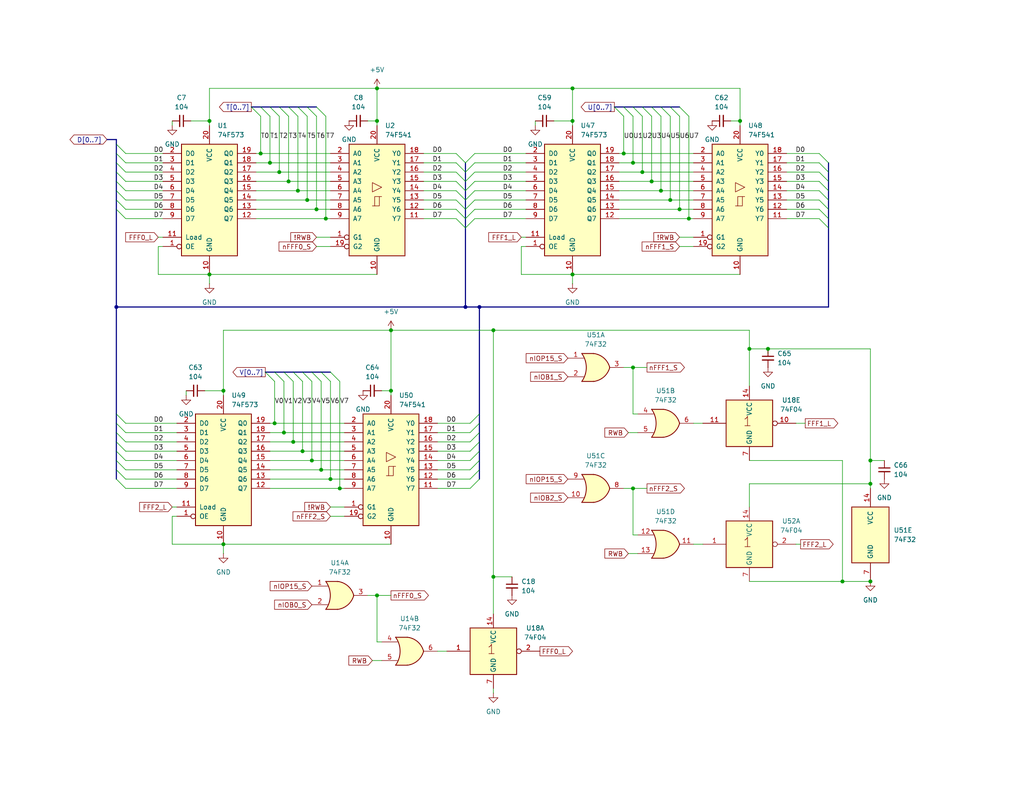
<source format=kicad_sch>
(kicad_sch (version 20231120) (generator "eeschema") (generator_version "8.0")
  (paper "USLetter")
  (title_block (title "FFFx Registers and Logic") (date "2024-10-09") (rev "0.1A") (company "Data Tuning") (comment 1 "Hydra 16"))
  (lib_symbols
    (symbol "74xx:74LS32" (pin_names (offset 1.016))
      (property "Reference" "U" (at 0 1.27 0))
      (property "Value" "74LS32" (at 0 -1.27 0))
      (symbol "74LS32_1_1"
        (arc (start -3.81 -3.81) (mid -2.589 0) (end -3.81 3.81) (stroke (width 0.254)))
        (arc (start -0.6096 -3.81) (mid 2.1842 -2.5851) (end 3.81 0) (stroke (width 0.254)) (fill (type background)))
        (polyline (pts (xy -3.81 -3.81) (xy -0.635 -3.81)) (stroke (width 0.254)) (fill (type background)))
        (polyline (pts (xy -3.81 3.81) (xy -0.635 3.81)) (stroke (width 0.254)) (fill (type background)))
        (polyline (pts (xy -0.635 3.81) (xy -3.81 3.81) (xy -3.81 3.81) (xy -3.556 3.4036) (xy -3.0226 2.2606) (xy -2.6924 1.0414) (xy -2.6162 -0.254) (xy -2.7686 -1.4986) (xy -3.175 -2.7178) (xy -3.81 -3.81) (xy -3.81 -3.81) (xy -0.635 -3.81)) (stroke (width -25.4)) (fill (type background)))
        (arc (start 3.81 0) (mid 2.1915 2.5936) (end -0.6096 3.81) (stroke (width 0.254)) (fill (type background)))
        (pin input line (at -7.62 2.54 0) (length 4.318) (name "~") (number "1"))
        (pin input line (at -7.62 -2.54 0) (length 4.318) (name "~") (number "2"))
        (pin output line (at 7.62 0 180) (length 3.81) (name "~") (number "3"))
      )
      (symbol "74LS32_1_2"
        (arc (start 0 -3.81) (mid 3.7934 0) (end 0 3.81) (stroke (width 0.254)) (fill (type background)))
        (polyline (pts (xy 0 3.81) (xy -3.81 3.81) (xy -3.81 -3.81) (xy 0 -3.81)) (stroke (width 0.254)) (fill (type background)))
        (pin input inverted (at -7.62 2.54 0) (length 3.81) (name "~") (number "1"))
        (pin input inverted (at -7.62 -2.54 0) (length 3.81) (name "~") (number "2"))
        (pin output inverted (at 7.62 0 180) (length 3.81) (name "~") (number "3"))
      )
      (symbol "74LS32_2_1"
        (arc (start -3.81 -3.81) (mid -2.589 0) (end -3.81 3.81) (stroke (width 0.254)))
        (arc (start -0.6096 -3.81) (mid 2.1842 -2.5851) (end 3.81 0) (stroke (width 0.254)) (fill (type background)))
        (polyline (pts (xy -3.81 -3.81) (xy -0.635 -3.81)) (stroke (width 0.254)) (fill (type background)))
        (polyline (pts (xy -3.81 3.81) (xy -0.635 3.81)) (stroke (width 0.254)) (fill (type background)))
        (polyline (pts (xy -0.635 3.81) (xy -3.81 3.81) (xy -3.81 3.81) (xy -3.556 3.4036) (xy -3.0226 2.2606) (xy -2.6924 1.0414) (xy -2.6162 -0.254) (xy -2.7686 -1.4986) (xy -3.175 -2.7178) (xy -3.81 -3.81) (xy -3.81 -3.81) (xy -0.635 -3.81)) (stroke (width -25.4)) (fill (type background)))
        (arc (start 3.81 0) (mid 2.1915 2.5936) (end -0.6096 3.81) (stroke (width 0.254)) (fill (type background)))
        (pin input line (at -7.62 2.54 0) (length 4.318) (name "~") (number "4"))
        (pin input line (at -7.62 -2.54 0) (length 4.318) (name "~") (number "5"))
        (pin output line (at 7.62 0 180) (length 3.81) (name "~") (number "6"))
      )
      (symbol "74LS32_2_2"
        (arc (start 0 -3.81) (mid 3.7934 0) (end 0 3.81) (stroke (width 0.254)) (fill (type background)))
        (polyline (pts (xy 0 3.81) (xy -3.81 3.81) (xy -3.81 -3.81) (xy 0 -3.81)) (stroke (width 0.254)) (fill (type background)))
        (pin input inverted (at -7.62 2.54 0) (length 3.81) (name "~") (number "4"))
        (pin input inverted (at -7.62 -2.54 0) (length 3.81) (name "~") (number "5"))
        (pin output inverted (at 7.62 0 180) (length 3.81) (name "~") (number "6"))
      )
      (symbol "74LS32_3_1"
        (arc (start -3.81 -3.81) (mid -2.589 0) (end -3.81 3.81) (stroke (width 0.254)))
        (arc (start -0.6096 -3.81) (mid 2.1842 -2.5851) (end 3.81 0) (stroke (width 0.254)) (fill (type background)))
        (polyline (pts (xy -3.81 -3.81) (xy -0.635 -3.81)) (stroke (width 0.254)) (fill (type background)))
        (polyline (pts (xy -3.81 3.81) (xy -0.635 3.81)) (stroke (width 0.254)) (fill (type background)))
        (polyline (pts (xy -0.635 3.81) (xy -3.81 3.81) (xy -3.81 3.81) (xy -3.556 3.4036) (xy -3.0226 2.2606) (xy -2.6924 1.0414) (xy -2.6162 -0.254) (xy -2.7686 -1.4986) (xy -3.175 -2.7178) (xy -3.81 -3.81) (xy -3.81 -3.81) (xy -0.635 -3.81)) (stroke (width -25.4)) (fill (type background)))
        (arc (start 3.81 0) (mid 2.1915 2.5936) (end -0.6096 3.81) (stroke (width 0.254)) (fill (type background)))
        (pin input line (at -7.62 -2.54 0) (length 4.318) (name "~") (number "10"))
        (pin output line (at 7.62 0 180) (length 3.81) (name "~") (number "8"))
        (pin input line (at -7.62 2.54 0) (length 4.318) (name "~") (number "9"))
      )
      (symbol "74LS32_3_2"
        (arc (start 0 -3.81) (mid 3.7934 0) (end 0 3.81) (stroke (width 0.254)) (fill (type background)))
        (polyline (pts (xy 0 3.81) (xy -3.81 3.81) (xy -3.81 -3.81) (xy 0 -3.81)) (stroke (width 0.254)) (fill (type background)))
        (pin input inverted (at -7.62 -2.54 0) (length 3.81) (name "~") (number "10"))
        (pin output inverted (at 7.62 0 180) (length 3.81) (name "~") (number "8"))
        (pin input inverted (at -7.62 2.54 0) (length 3.81) (name "~") (number "9"))
      )
      (symbol "74LS32_4_1"
        (arc (start -3.81 -3.81) (mid -2.589 0) (end -3.81 3.81) (stroke (width 0.254)))
        (arc (start -0.6096 -3.81) (mid 2.1842 -2.5851) (end 3.81 0) (stroke (width 0.254)) (fill (type background)))
        (polyline (pts (xy -3.81 -3.81) (xy -0.635 -3.81)) (stroke (width 0.254)) (fill (type background)))
        (polyline (pts (xy -3.81 3.81) (xy -0.635 3.81)) (stroke (width 0.254)) (fill (type background)))
        (polyline (pts (xy -0.635 3.81) (xy -3.81 3.81) (xy -3.81 3.81) (xy -3.556 3.4036) (xy -3.0226 2.2606) (xy -2.6924 1.0414) (xy -2.6162 -0.254) (xy -2.7686 -1.4986) (xy -3.175 -2.7178) (xy -3.81 -3.81) (xy -3.81 -3.81) (xy -0.635 -3.81)) (stroke (width -25.4)) (fill (type background)))
        (arc (start 3.81 0) (mid 2.1915 2.5936) (end -0.6096 3.81) (stroke (width 0.254)) (fill (type background)))
        (pin output line (at 7.62 0 180) (length 3.81) (name "~") (number "11"))
        (pin input line (at -7.62 2.54 0) (length 4.318) (name "~") (number "12"))
        (pin input line (at -7.62 -2.54 0) (length 4.318) (name "~") (number "13"))
      )
      (symbol "74LS32_4_2"
        (arc (start 0 -3.81) (mid 3.7934 0) (end 0 3.81) (stroke (width 0.254)) (fill (type background)))
        (polyline (pts (xy 0 3.81) (xy -3.81 3.81) (xy -3.81 -3.81) (xy 0 -3.81)) (stroke (width 0.254)) (fill (type background)))
        (pin output inverted (at 7.62 0 180) (length 3.81) (name "~") (number "11"))
        (pin input inverted (at -7.62 2.54 0) (length 3.81) (name "~") (number "12"))
        (pin input inverted (at -7.62 -2.54 0) (length 3.81) (name "~") (number "13"))
      )
      (symbol "74LS32_5_0"
        (pin power_in line (at 0 12.7 270) (length 5.08) (name "VCC") (number "14"))
        (pin power_in line (at 0 -12.7 90) (length 5.08) (name "GND") (number "7"))
      )
      (symbol "74LS32_5_1"
        (rectangle (start -5.08 7.62) (end 5.08 -7.62) (stroke (width 0.254)) (fill (type background)))
      )
    )
    (symbol "74xx:74LS541" (pin_names (offset 1.016))
      (property "Reference" "U" (at -7.62 16.51 0))
      (property "Value" "74LS541" (at -7.62 -16.51 0))
      (symbol "74LS541_1_0"
        (polyline (pts (xy -0.635 -1.6002) (xy -0.635 0.9398) (xy 0.635 0.9398)))
        (polyline (pts (xy -1.27 -1.6002) (xy 0.635 -1.6002) (xy 0.635 0.9398) (xy 1.27 0.9398)))
        (polyline (pts (xy 1.27 3.4798) (xy -1.27 4.7498) (xy -1.27 2.2098) (xy 1.27 3.4798)) (stroke (width 0.1524)))
        (pin input inverted (at -12.7 -10.16 0) (length 5.08) (name "G1") (number "1"))
        (pin power_in line (at 0 -20.32 90) (length 5.08) (name "GND") (number "10"))
        (pin tri_state line (at 12.7 -5.08 180) (length 5.08) (name "Y7") (number "11"))
        (pin tri_state line (at 12.7 -2.54 180) (length 5.08) (name "Y6") (number "12"))
        (pin tri_state line (at 12.7 0 180) (length 5.08) (name "Y5") (number "13"))
        (pin tri_state line (at 12.7 2.54 180) (length 5.08) (name "Y4") (number "14"))
        (pin tri_state line (at 12.7 5.08 180) (length 5.08) (name "Y3") (number "15"))
        (pin tri_state line (at 12.7 7.62 180) (length 5.08) (name "Y2") (number "16"))
        (pin tri_state line (at 12.7 10.16 180) (length 5.08) (name "Y1") (number "17"))
        (pin tri_state line (at 12.7 12.7 180) (length 5.08) (name "Y0") (number "18"))
        (pin input inverted (at -12.7 -12.7 0) (length 5.08) (name "G2") (number "19"))
        (pin input line (at -12.7 12.7 0) (length 5.08) (name "A0") (number "2"))
        (pin power_in line (at 0 20.32 270) (length 5.08) (name "VCC") (number "20"))
        (pin input line (at -12.7 10.16 0) (length 5.08) (name "A1") (number "3"))
        (pin input line (at -12.7 7.62 0) (length 5.08) (name "A2") (number "4"))
        (pin input line (at -12.7 5.08 0) (length 5.08) (name "A3") (number "5"))
        (pin input line (at -12.7 2.54 0) (length 5.08) (name "A4") (number "6"))
        (pin input line (at -12.7 0 0) (length 5.08) (name "A5") (number "7"))
        (pin input line (at -12.7 -2.54 0) (length 5.08) (name "A6") (number "8"))
        (pin input line (at -12.7 -5.08 0) (length 5.08) (name "A7") (number "9"))
      )
      (symbol "74LS541_1_1"
        (rectangle (start -7.62 15.24) (end 7.62 -15.24) (stroke (width 0.254)) (fill (type background)))
      )
    )
    (symbol "74xx:74LS573" (pin_names (offset 1.016))
      (property "Reference" "U" (at -7.62 16.51 0))
      (property "Value" "74LS573" (at -7.62 -16.51 0))
      (symbol "74LS573_1_0"
        (pin input inverted (at -12.7 -12.7 0) (length 5.08) (name "OE") (number "1"))
        (pin power_in line (at 0 -20.32 90) (length 5.08) (name "GND") (number "10"))
        (pin input line (at -12.7 -10.16 0) (length 5.08) (name "Load") (number "11"))
        (pin tri_state line (at 12.7 -5.08 180) (length 5.08) (name "Q7") (number "12"))
        (pin tri_state line (at 12.7 -2.54 180) (length 5.08) (name "Q6") (number "13"))
        (pin tri_state line (at 12.7 0 180) (length 5.08) (name "Q5") (number "14"))
        (pin tri_state line (at 12.7 2.54 180) (length 5.08) (name "Q4") (number "15"))
        (pin tri_state line (at 12.7 5.08 180) (length 5.08) (name "Q3") (number "16"))
        (pin tri_state line (at 12.7 7.62 180) (length 5.08) (name "Q2") (number "17"))
        (pin tri_state line (at 12.7 10.16 180) (length 5.08) (name "Q1") (number "18"))
        (pin tri_state line (at 12.7 12.7 180) (length 5.08) (name "Q0") (number "19"))
        (pin input line (at -12.7 12.7 0) (length 5.08) (name "D0") (number "2"))
        (pin power_in line (at 0 20.32 270) (length 5.08) (name "VCC") (number "20"))
        (pin input line (at -12.7 10.16 0) (length 5.08) (name "D1") (number "3"))
        (pin input line (at -12.7 7.62 0) (length 5.08) (name "D2") (number "4"))
        (pin input line (at -12.7 5.08 0) (length 5.08) (name "D3") (number "5"))
        (pin input line (at -12.7 2.54 0) (length 5.08) (name "D4") (number "6"))
        (pin input line (at -12.7 0 0) (length 5.08) (name "D5") (number "7"))
        (pin input line (at -12.7 -2.54 0) (length 5.08) (name "D6") (number "8"))
        (pin input line (at -12.7 -5.08 0) (length 5.08) (name "D7") (number "9"))
      )
      (symbol "74LS573_1_1"
        (rectangle (start -7.62 15.24) (end 7.62 -15.24) (stroke (width 0.254)) (fill (type background)))
      )
    )
    (symbol "74xx_IEEE:7404"
      (property "Reference" "U" (at 5.08 7.62 0))
      (property "Value" "7404" (at 3.81 -8.89 0))
      (symbol "7404_0_0"
        (text "1" (at -0.508 0.508 0) (effects (font (size 2.54 2.54))))
      )
      (symbol "7404_0_1"
        (rectangle (start -6.35 6.35) (end 6.35 -6.35) (stroke (width 0.254)) (fill (type background)))
        (pin power_in line (at 0 10.16 270) (length 3.81) (name "VCC") (number "14"))
        (pin power_in line (at 0 -10.16 90) (length 3.81) (name "GND") (number "7"))
      )
      (symbol "7404_1_1"
        (pin input line (at -12.7 0 0) (length 6.35) (name "~") (number "1"))
        (pin input inverted (at 12.7 0 180) (length 6.35) (name "~") (number "2"))
      )
      (symbol "7404_2_1"
        (pin input line (at -12.7 0 0) (length 6.35) (name "~") (number "3"))
        (pin input inverted (at 12.7 0 180) (length 6.35) (name "~") (number "4"))
      )
      (symbol "7404_3_1"
        (pin input line (at -12.7 0 0) (length 6.35) (name "~") (number "5"))
        (pin input inverted (at 12.7 0 180) (length 6.35) (name "~") (number "6"))
      )
      (symbol "7404_4_1"
        (pin input inverted (at 12.7 0 180) (length 6.35) (name "~") (number "8"))
        (pin input line (at -12.7 0 0) (length 6.35) (name "~") (number "9"))
      )
      (symbol "7404_5_1"
        (pin input inverted (at 12.7 0 180) (length 6.35) (name "~") (number "10"))
        (pin input line (at -12.7 0 0) (length 6.35) (name "~") (number "11"))
      )
      (symbol "7404_6_1"
        (pin input inverted (at 12.7 0 180) (length 6.35) (name "~") (number "12"))
        (pin input line (at -12.7 0 0) (length 6.35) (name "~") (number "13"))
      )
    )
    (symbol "Device:C_Small" (pin_numbers hide) (pin_names (offset 0.254) hide)
      (property "Reference" "C" (at 0.254 1.778 0))
      (property "Value" "C_Small" (at 0.254 -2.032 0))
      (symbol "C_Small_0_1"
        (polyline (pts (xy -1.524 -0.508) (xy 1.524 -0.508)) (stroke (width 0.3302)))
        (polyline (pts (xy -1.524 0.508) (xy 1.524 0.508)) (stroke (width 0.3048)))
      )
      (symbol "C_Small_1_1"
        (pin passive line (at 0 2.54 270) (length 2.032) (name "~") (number "1"))
        (pin passive line (at 0 -2.54 90) (length 2.032) (name "~") (number "2"))
      )
    )
    (symbol "power:+5V" (power) (pin_numbers hide) (pin_names (offset 0) hide)
      (property "Value" "+5V" (at 0 3.556 0))
      (symbol "+5V_0_1"
        (polyline (pts (xy -0.762 1.27) (xy 0 2.54)))
        (polyline (pts (xy 0 0) (xy 0 2.54)))
        (polyline (pts (xy 0 2.54) (xy 0.762 1.27)))
      )
      (symbol "+5V_1_1"
        (pin power_in line (at 0 0 90) (length 0) (name "~") (number "1"))
      )
    )
    (symbol "power:GND" (power) (pin_numbers hide) (pin_names (offset 0) hide)
      (property "Value" "GND" (at 0 -3.81 0))
      (symbol "GND_0_1"
        (polyline (pts (xy 0 0) (xy 0 -1.27) (xy 1.27 -1.27) (xy 0 -2.54) (xy -1.27 -1.27) (xy 0 -1.27)))
      )
      (symbol "GND_1_1"
        (pin power_in line (at 0 0 270) (length 0) (name "~") (number "1"))
      )
    )
  )
  (junction (at 182.88 54.61))
  (junction (at 106.68 106.68))
  (junction (at 156.21 74.93))
  (junction (at 172.72 133.35))
  (junction (at 172.72 44.45))
  (junction (at 130.81 83.82))
  (junction (at 201.93 33.02))
  (junction (at 92.71 133.35))
  (junction (at 127 83.82))
  (junction (at 82.55 123.19))
  (junction (at 185.42 57.15))
  (junction (at 76.2 46.99))
  (junction (at 86.36 57.15))
  (junction (at 102.87 33.02))
  (junction (at 57.15 33.02))
  (junction (at 237.49 132.08))
  (junction (at 60.96 148.59))
  (junction (at 177.8 49.53))
  (junction (at 237.49 125.73))
  (junction (at 60.96 106.68))
  (junction (at 85.09 125.73))
  (junction (at 106.68 90.17))
  (junction (at 74.93 115.57))
  (junction (at 77.47 118.11))
  (junction (at 80.01 120.65))
  (junction (at 204.47 95.25))
  (junction (at 81.28 52.07))
  (junction (at 187.96 59.69))
  (junction (at 88.9 59.69))
  (junction (at 87.63 128.27))
  (junction (at 180.34 52.07))
  (junction (at 90.17 130.81))
  (junction (at 83.82 54.61))
  (junction (at 71.12 41.91))
  (junction (at 78.74 49.53))
  (junction (at 237.49 158.75))
  (junction (at 134.62 157.48))
  (junction (at 156.21 24.13))
  (junction (at 134.62 90.17))
  (junction (at 102.87 24.13))
  (junction (at 229.87 158.75))
  (junction (at 172.72 100.33))
  (junction (at 31.75 83.82))
  (junction (at 73.66 44.45))
  (junction (at 57.15 74.93))
  (junction (at 156.21 33.02))
  (junction (at 209.55 95.25))
  (junction (at 170.18 41.91))
  (junction (at 102.87 162.56))
  (junction (at 175.26 46.99))
  (bus_entry (at 223.52 46.99) (size 2.54 2.54))
  (bus_entry (at 124.46 46.99) (size 2.54 2.54))
  (bus_entry (at 31.75 115.57) (size 2.54 2.54))
  (bus_entry (at 129.54 41.91) (size -2.54 2.54))
  (bus_entry (at 129.54 52.07) (size -2.54 2.54))
  (bus_entry (at 172.72 29.21) (size 2.54 2.54))
  (bus_entry (at 31.75 49.53) (size 2.54 2.54))
  (bus_entry (at 129.54 59.69) (size -2.54 2.54))
  (bus_entry (at 124.46 52.07) (size 2.54 2.54))
  (bus_entry (at 124.46 57.15) (size 2.54 2.54))
  (bus_entry (at 80.01 101.6) (size 2.54 2.54))
  (bus_entry (at 31.75 125.73) (size 2.54 2.54))
  (bus_entry (at 130.81 125.73) (size -2.54 2.54))
  (bus_entry (at 130.81 115.57) (size -2.54 2.54))
  (bus_entry (at 130.81 113.03) (size -2.54 2.54))
  (bus_entry (at 31.75 123.19) (size 2.54 2.54))
  (bus_entry (at 31.75 46.99) (size 2.54 2.54))
  (bus_entry (at 87.63 101.6) (size 2.54 2.54))
  (bus_entry (at 76.2 29.21) (size 2.54 2.54))
  (bus_entry (at 129.54 49.53) (size -2.54 2.54))
  (bus_entry (at 31.75 130.81) (size 2.54 2.54))
  (bus_entry (at 129.54 44.45) (size -2.54 2.54))
  (bus_entry (at 130.81 128.27) (size -2.54 2.54))
  (bus_entry (at 85.09 101.6) (size 2.54 2.54))
  (bus_entry (at 129.54 46.99) (size -2.54 2.54))
  (bus_entry (at 31.75 57.15) (size 2.54 2.54))
  (bus_entry (at 31.75 113.03) (size 2.54 2.54))
  (bus_entry (at 223.52 54.61) (size 2.54 2.54))
  (bus_entry (at 130.81 118.11) (size -2.54 2.54))
  (bus_entry (at 124.46 59.69) (size 2.54 2.54))
  (bus_entry (at 223.52 41.91) (size 2.54 2.54))
  (bus_entry (at 31.75 41.91) (size 2.54 2.54))
  (bus_entry (at 31.75 44.45) (size 2.54 2.54))
  (bus_entry (at 81.28 29.21) (size 2.54 2.54))
  (bus_entry (at 223.52 49.53) (size 2.54 2.54))
  (bus_entry (at 185.42 29.21) (size 2.54 2.54))
  (bus_entry (at 129.54 54.61) (size -2.54 2.54))
  (bus_entry (at 223.52 52.07) (size 2.54 2.54))
  (bus_entry (at 124.46 49.53) (size 2.54 2.54))
  (bus_entry (at 177.8 29.21) (size 2.54 2.54))
  (bus_entry (at 31.75 52.07) (size 2.54 2.54))
  (bus_entry (at 73.66 29.21) (size 2.54 2.54))
  (bus_entry (at 31.75 128.27) (size 2.54 2.54))
  (bus_entry (at 71.12 29.21) (size 2.54 2.54))
  (bus_entry (at 82.55 101.6) (size 2.54 2.54))
  (bus_entry (at 223.52 59.69) (size 2.54 2.54))
  (bus_entry (at 31.75 54.61) (size 2.54 2.54))
  (bus_entry (at 124.46 44.45) (size 2.54 2.54))
  (bus_entry (at 86.36 29.21) (size 2.54 2.54))
  (bus_entry (at 83.82 29.21) (size 2.54 2.54))
  (bus_entry (at 124.46 54.61) (size 2.54 2.54))
  (bus_entry (at 31.75 39.37) (size 2.54 2.54))
  (bus_entry (at 167.64 29.21) (size 2.54 2.54))
  (bus_entry (at 31.75 120.65) (size 2.54 2.54))
  (bus_entry (at 180.34 29.21) (size 2.54 2.54))
  (bus_entry (at 78.74 29.21) (size 2.54 2.54))
  (bus_entry (at 72.39 101.6) (size 2.54 2.54))
  (bus_entry (at 130.81 123.19) (size -2.54 2.54))
  (bus_entry (at 223.52 57.15) (size 2.54 2.54))
  (bus_entry (at 175.26 29.21) (size 2.54 2.54))
  (bus_entry (at 31.75 118.11) (size 2.54 2.54))
  (bus_entry (at 182.88 29.21) (size 2.54 2.54))
  (bus_entry (at 124.46 41.91) (size 2.54 2.54))
  (bus_entry (at 170.18 29.21) (size 2.54 2.54))
  (bus_entry (at 129.54 57.15) (size -2.54 2.54))
  (bus_entry (at 223.52 44.45) (size 2.54 2.54))
  (bus_entry (at 68.58 29.21) (size 2.54 2.54))
  (bus_entry (at 130.81 130.81) (size -2.54 2.54))
  (bus_entry (at 77.47 101.6) (size 2.54 2.54))
  (bus_entry (at 90.17 101.6) (size 2.54 2.54))
  (bus_entry (at 130.81 120.65) (size -2.54 2.54))
  (bus_entry (at 74.93 101.6) (size 2.54 2.54))
  (wire (pts (xy 172.72 44.45) (xy 189.23 44.45)))
  (wire (pts (xy 69.85 46.99) (xy 76.2 46.99)))
  (wire (pts (xy 129.54 46.99) (xy 143.51 46.99)))
  (wire (pts (xy 115.57 52.07) (xy 124.46 52.07)))
  (wire (pts (xy 168.91 57.15) (xy 185.42 57.15)))
  (wire (pts (xy 34.29 123.19) (xy 48.26 123.19)))
  (wire (pts (xy 176.53 100.33) (xy 172.72 100.33)))
  (wire (pts (xy 201.93 24.13) (xy 201.93 33.02)))
  (wire (pts (xy 86.36 64.77) (xy 90.17 64.77)))
  (wire (pts (xy 69.85 59.69) (xy 88.9 59.69)))
  (wire (pts (xy 204.47 138.43) (xy 204.47 132.08)))
  (bus (pts (xy 31.75 125.73) (xy 31.75 128.27)))
  (wire (pts (xy 48.26 140.97) (xy 46.99 140.97)))
  (wire (pts (xy 73.66 125.73) (xy 85.09 125.73)))
  (wire (pts (xy 34.29 57.15) (xy 44.45 57.15)))
  (wire (pts (xy 86.36 31.75) (xy 86.36 57.15)))
  (wire (pts (xy 172.72 113.03) (xy 173.99 113.03)))
  (wire (pts (xy 168.91 49.53) (xy 177.8 49.53)))
  (wire (pts (xy 102.87 33.02) (xy 102.87 34.29)))
  (wire (pts (xy 76.2 46.99) (xy 90.17 46.99)))
  (wire (pts (xy 60.96 151.13) (xy 60.96 148.59)))
  (wire (pts (xy 101.6 180.34) (xy 104.14 180.34)))
  (wire (pts (xy 119.38 125.73) (xy 128.27 125.73)))
  (wire (pts (xy 73.66 133.35) (xy 92.71 133.35)))
  (bus (pts (xy 130.81 123.19) (xy 130.81 125.73)))
  (wire (pts (xy 214.63 57.15) (xy 223.52 57.15)))
  (wire (pts (xy 77.47 104.14) (xy 77.47 118.11)))
  (wire (pts (xy 83.82 31.75) (xy 83.82 54.61)))
  (wire (pts (xy 170.18 41.91) (xy 189.23 41.91)))
  (wire (pts (xy 171.45 118.11) (xy 173.99 118.11)))
  (wire (pts (xy 217.17 148.59) (xy 218.44 148.59)))
  (wire (pts (xy 214.63 46.99) (xy 223.52 46.99)))
  (wire (pts (xy 168.91 59.69) (xy 187.96 59.69)))
  (bus (pts (xy 127 59.69) (xy 127 62.23)))
  (bus (pts (xy 31.75 41.91) (xy 31.75 44.45)))
  (bus (pts (xy 180.34 29.21) (xy 182.88 29.21)))
  (bus (pts (xy 127 44.45) (xy 127 46.99)))
  (bus (pts (xy 31.75 118.11) (xy 31.75 120.65)))
  (bus (pts (xy 85.09 101.6) (xy 87.63 101.6)))
  (bus (pts (xy 80.01 101.6) (xy 82.55 101.6)))
  (wire (pts (xy 204.47 90.17) (xy 204.47 95.25)))
  (wire (pts (xy 199.39 33.02) (xy 201.93 33.02)))
  (wire (pts (xy 88.9 31.75) (xy 88.9 59.69)))
  (bus (pts (xy 68.58 29.21) (xy 71.12 29.21)))
  (wire (pts (xy 106.68 106.68) (xy 106.68 107.95)))
  (bus (pts (xy 31.75 128.27) (xy 31.75 130.81)))
  (bus (pts (xy 127 57.15) (xy 127 59.69)))
  (bus (pts (xy 72.39 101.6) (xy 74.93 101.6)))
  (bus (pts (xy 31.75 54.61) (xy 31.75 57.15)))
  (wire (pts (xy 73.66 31.75) (xy 73.66 44.45)))
  (wire (pts (xy 115.57 59.69) (xy 124.46 59.69)))
  (wire (pts (xy 175.26 46.99) (xy 189.23 46.99)))
  (bus (pts (xy 127 83.82) (xy 31.75 83.82)))
  (wire (pts (xy 34.29 133.35) (xy 48.26 133.35)))
  (wire (pts (xy 34.29 128.27) (xy 48.26 128.27)))
  (bus (pts (xy 31.75 120.65) (xy 31.75 123.19)))
  (wire (pts (xy 44.45 67.31) (xy 43.18 67.31)))
  (bus (pts (xy 76.2 29.21) (xy 78.74 29.21)))
  (wire (pts (xy 93.98 140.97) (xy 90.17 140.97)))
  (wire (pts (xy 180.34 52.07) (xy 189.23 52.07)))
  (wire (pts (xy 119.38 120.65) (xy 128.27 120.65)))
  (bus (pts (xy 226.06 44.45) (xy 226.06 46.99)))
  (wire (pts (xy 119.38 130.81) (xy 128.27 130.81)))
  (wire (pts (xy 175.26 31.75) (xy 175.26 46.99)))
  (wire (pts (xy 55.88 106.68) (xy 60.96 106.68)))
  (wire (pts (xy 189.23 67.31) (xy 185.42 67.31)))
  (wire (pts (xy 34.29 52.07) (xy 44.45 52.07)))
  (wire (pts (xy 71.12 41.91) (xy 90.17 41.91)))
  (wire (pts (xy 156.21 74.93) (xy 201.93 74.93)))
  (wire (pts (xy 81.28 31.75) (xy 81.28 52.07)))
  (wire (pts (xy 156.21 77.47) (xy 156.21 74.93)))
  (wire (pts (xy 129.54 52.07) (xy 143.51 52.07)))
  (wire (pts (xy 69.85 54.61) (xy 83.82 54.61)))
  (bus (pts (xy 130.81 115.57) (xy 130.81 118.11)))
  (wire (pts (xy 237.49 125.73) (xy 241.3 125.73)))
  (wire (pts (xy 214.63 49.53) (xy 223.52 49.53)))
  (bus (pts (xy 226.06 62.23) (xy 226.06 83.82)))
  (wire (pts (xy 78.74 31.75) (xy 78.74 49.53)))
  (bus (pts (xy 226.06 59.69) (xy 226.06 62.23)))
  (wire (pts (xy 34.29 54.61) (xy 44.45 54.61)))
  (wire (pts (xy 76.2 31.75) (xy 76.2 46.99)))
  (wire (pts (xy 204.47 158.75) (xy 229.87 158.75)))
  (wire (pts (xy 185.42 57.15) (xy 189.23 57.15)))
  (wire (pts (xy 151.13 33.02) (xy 156.21 33.02)))
  (wire (pts (xy 73.66 130.81) (xy 90.17 130.81)))
  (bus (pts (xy 170.18 29.21) (xy 172.72 29.21)))
  (wire (pts (xy 34.29 41.91) (xy 44.45 41.91)))
  (wire (pts (xy 73.66 44.45) (xy 90.17 44.45)))
  (wire (pts (xy 177.8 31.75) (xy 177.8 49.53)))
  (wire (pts (xy 90.17 104.14) (xy 90.17 130.81)))
  (bus (pts (xy 77.47 101.6) (xy 80.01 101.6)))
  (wire (pts (xy 142.24 67.31) (xy 142.24 74.93)))
  (wire (pts (xy 168.91 54.61) (xy 182.88 54.61)))
  (wire (pts (xy 172.72 146.05) (xy 173.99 146.05)))
  (wire (pts (xy 85.09 125.73) (xy 93.98 125.73)))
  (wire (pts (xy 60.96 106.68) (xy 60.96 107.95)))
  (wire (pts (xy 156.21 24.13) (xy 156.21 33.02)))
  (wire (pts (xy 34.29 125.73) (xy 48.26 125.73)))
  (wire (pts (xy 119.38 118.11) (xy 128.27 118.11)))
  (wire (pts (xy 73.66 123.19) (xy 82.55 123.19)))
  (wire (pts (xy 69.85 57.15) (xy 86.36 57.15)))
  (wire (pts (xy 57.15 33.02) (xy 57.15 34.29)))
  (wire (pts (xy 119.38 128.27) (xy 128.27 128.27)))
  (bus (pts (xy 226.06 57.15) (xy 226.06 59.69)))
  (bus (pts (xy 130.81 118.11) (xy 130.81 120.65)))
  (bus (pts (xy 226.06 49.53) (xy 226.06 52.07)))
  (wire (pts (xy 129.54 49.53) (xy 143.51 49.53)))
  (bus (pts (xy 172.72 29.21) (xy 175.26 29.21)))
  (wire (pts (xy 172.72 31.75) (xy 172.72 44.45)))
  (wire (pts (xy 85.09 104.14) (xy 85.09 125.73)))
  (wire (pts (xy 142.24 64.77) (xy 143.51 64.77)))
  (wire (pts (xy 237.49 125.73) (xy 237.49 132.08)))
  (wire (pts (xy 119.38 123.19) (xy 128.27 123.19)))
  (wire (pts (xy 102.87 24.13) (xy 156.21 24.13)))
  (wire (pts (xy 142.24 74.93) (xy 156.21 74.93)))
  (bus (pts (xy 177.8 29.21) (xy 180.34 29.21)))
  (wire (pts (xy 46.99 33.02) (xy 46.99 34.29)))
  (wire (pts (xy 71.12 31.75) (xy 71.12 41.91)))
  (wire (pts (xy 229.87 125.73) (xy 229.87 158.75)))
  (wire (pts (xy 129.54 41.91) (xy 143.51 41.91)))
  (bus (pts (xy 74.93 101.6) (xy 77.47 101.6)))
  (wire (pts (xy 57.15 24.13) (xy 102.87 24.13)))
  (wire (pts (xy 204.47 95.25) (xy 209.55 95.25)))
  (bus (pts (xy 130.81 83.82) (xy 226.06 83.82)))
  (wire (pts (xy 170.18 31.75) (xy 170.18 41.91)))
  (wire (pts (xy 34.29 118.11) (xy 48.26 118.11)))
  (wire (pts (xy 214.63 41.91) (xy 223.52 41.91)))
  (bus (pts (xy 29.21 38.1) (xy 31.75 38.1)))
  (wire (pts (xy 34.29 49.53) (xy 44.45 49.53)))
  (wire (pts (xy 46.99 140.97) (xy 46.99 148.59)))
  (wire (pts (xy 171.45 151.13) (xy 173.99 151.13)))
  (wire (pts (xy 182.88 54.61) (xy 189.23 54.61)))
  (wire (pts (xy 50.8 106.68) (xy 50.8 107.95)))
  (wire (pts (xy 115.57 57.15) (xy 124.46 57.15)))
  (wire (pts (xy 106.68 90.17) (xy 60.96 90.17)))
  (bus (pts (xy 127 62.23) (xy 127 83.82)))
  (bus (pts (xy 127 46.99) (xy 127 49.53)))
  (bus (pts (xy 175.26 29.21) (xy 177.8 29.21)))
  (wire (pts (xy 134.62 189.23) (xy 134.62 187.96)))
  (bus (pts (xy 31.75 83.82) (xy 31.75 113.03)))
  (wire (pts (xy 86.36 57.15) (xy 90.17 57.15)))
  (wire (pts (xy 146.05 33.02) (xy 146.05 34.29)))
  (wire (pts (xy 129.54 44.45) (xy 143.51 44.45)))
  (bus (pts (xy 127 54.61) (xy 127 57.15)))
  (bus (pts (xy 71.12 29.21) (xy 73.66 29.21)))
  (wire (pts (xy 129.54 59.69) (xy 143.51 59.69)))
  (wire (pts (xy 168.91 41.91) (xy 170.18 41.91)))
  (wire (pts (xy 106.68 162.56) (xy 102.87 162.56)))
  (wire (pts (xy 60.96 148.59) (xy 106.68 148.59)))
  (wire (pts (xy 214.63 54.61) (xy 223.52 54.61)))
  (bus (pts (xy 31.75 44.45) (xy 31.75 46.99)))
  (wire (pts (xy 46.99 148.59) (xy 60.96 148.59)))
  (bus (pts (xy 31.75 57.15) (xy 31.75 83.82)))
  (wire (pts (xy 73.66 115.57) (xy 74.93 115.57)))
  (wire (pts (xy 102.87 24.13) (xy 102.87 33.02)))
  (bus (pts (xy 130.81 125.73) (xy 130.81 128.27)))
  (wire (pts (xy 115.57 41.91) (xy 124.46 41.91)))
  (bus (pts (xy 127 83.82) (xy 130.81 83.82)))
  (wire (pts (xy 74.93 104.14) (xy 74.93 115.57)))
  (wire (pts (xy 88.9 59.69) (xy 90.17 59.69)))
  (wire (pts (xy 237.49 132.08) (xy 237.49 133.35)))
  (bus (pts (xy 130.81 113.03) (xy 130.81 115.57)))
  (wire (pts (xy 134.62 167.64) (xy 134.62 157.48)))
  (wire (pts (xy 90.17 130.81) (xy 93.98 130.81)))
  (wire (pts (xy 143.51 67.31) (xy 142.24 67.31)))
  (wire (pts (xy 57.15 24.13) (xy 57.15 33.02)))
  (bus (pts (xy 127 49.53) (xy 127 52.07)))
  (wire (pts (xy 214.63 44.45) (xy 223.52 44.45)))
  (wire (pts (xy 69.85 41.91) (xy 71.12 41.91)))
  (bus (pts (xy 167.64 29.21) (xy 170.18 29.21)))
  (wire (pts (xy 87.63 128.27) (xy 93.98 128.27)))
  (wire (pts (xy 90.17 67.31) (xy 86.36 67.31)))
  (wire (pts (xy 129.54 54.61) (xy 143.51 54.61)))
  (wire (pts (xy 87.63 104.14) (xy 87.63 128.27)))
  (bus (pts (xy 82.55 101.6) (xy 85.09 101.6)))
  (wire (pts (xy 102.87 175.26) (xy 104.14 175.26)))
  (wire (pts (xy 214.63 59.69) (xy 223.52 59.69)))
  (bus (pts (xy 81.28 29.21) (xy 83.82 29.21)))
  (wire (pts (xy 52.07 33.02) (xy 57.15 33.02)))
  (wire (pts (xy 204.47 125.73) (xy 229.87 125.73)))
  (wire (pts (xy 217.17 115.57) (xy 219.71 115.57)))
  (wire (pts (xy 172.72 100.33) (xy 172.72 113.03)))
  (wire (pts (xy 78.74 49.53) (xy 90.17 49.53)))
  (bus (pts (xy 130.81 120.65) (xy 130.81 123.19)))
  (wire (pts (xy 134.62 90.17) (xy 204.47 90.17)))
  (bus (pts (xy 31.75 38.1) (xy 31.75 39.37)))
  (wire (pts (xy 134.62 90.17) (xy 106.68 90.17)))
  (bus (pts (xy 130.81 128.27) (xy 130.81 130.81)))
  (wire (pts (xy 57.15 77.47) (xy 57.15 74.93)))
  (wire (pts (xy 134.62 90.17) (xy 134.62 157.48)))
  (wire (pts (xy 156.21 24.13) (xy 201.93 24.13)))
  (wire (pts (xy 73.66 120.65) (xy 80.01 120.65)))
  (wire (pts (xy 74.93 115.57) (xy 93.98 115.57)))
  (wire (pts (xy 172.72 100.33) (xy 170.18 100.33)))
  (wire (pts (xy 83.82 54.61) (xy 90.17 54.61)))
  (wire (pts (xy 237.49 95.25) (xy 237.49 125.73)))
  (wire (pts (xy 185.42 64.77) (xy 189.23 64.77)))
  (bus (pts (xy 226.06 54.61) (xy 226.06 57.15)))
  (bus (pts (xy 73.66 29.21) (xy 76.2 29.21)))
  (wire (pts (xy 73.66 118.11) (xy 77.47 118.11)))
  (wire (pts (xy 182.88 31.75) (xy 182.88 54.61)))
  (wire (pts (xy 156.21 33.02) (xy 156.21 34.29)))
  (wire (pts (xy 129.54 57.15) (xy 143.51 57.15)))
  (bus (pts (xy 31.75 52.07) (xy 31.75 54.61)))
  (bus (pts (xy 83.82 29.21) (xy 86.36 29.21)))
  (wire (pts (xy 34.29 115.57) (xy 48.26 115.57)))
  (wire (pts (xy 187.96 59.69) (xy 189.23 59.69)))
  (wire (pts (xy 119.38 115.57) (xy 128.27 115.57)))
  (wire (pts (xy 115.57 44.45) (xy 124.46 44.45)))
  (wire (pts (xy 189.23 115.57) (xy 191.77 115.57)))
  (wire (pts (xy 34.29 120.65) (xy 48.26 120.65)))
  (bus (pts (xy 78.74 29.21) (xy 81.28 29.21)))
  (wire (pts (xy 168.91 46.99) (xy 175.26 46.99)))
  (wire (pts (xy 115.57 54.61) (xy 124.46 54.61)))
  (bus (pts (xy 31.75 46.99) (xy 31.75 49.53)))
  (wire (pts (xy 229.87 158.75) (xy 237.49 158.75)))
  (wire (pts (xy 69.85 52.07) (xy 81.28 52.07)))
  (wire (pts (xy 209.55 95.25) (xy 237.49 95.25)))
  (wire (pts (xy 189.23 148.59) (xy 191.77 148.59)))
  (wire (pts (xy 77.47 118.11) (xy 93.98 118.11)))
  (wire (pts (xy 209.55 95.25) (xy 209.55 96.52)))
  (wire (pts (xy 106.68 90.17) (xy 106.68 106.68)))
  (wire (pts (xy 172.72 133.35) (xy 170.18 133.35)))
  (wire (pts (xy 43.18 64.77) (xy 44.45 64.77)))
  (wire (pts (xy 81.28 52.07) (xy 90.17 52.07)))
  (wire (pts (xy 102.87 162.56) (xy 100.33 162.56)))
  (wire (pts (xy 46.99 138.43) (xy 48.26 138.43)))
  (wire (pts (xy 104.14 106.68) (xy 106.68 106.68)))
  (wire (pts (xy 119.38 133.35) (xy 128.27 133.35)))
  (wire (pts (xy 176.53 133.35) (xy 172.72 133.35)))
  (wire (pts (xy 92.71 133.35) (xy 93.98 133.35)))
  (wire (pts (xy 119.38 177.8) (xy 121.92 177.8)))
  (wire (pts (xy 204.47 132.08) (xy 237.49 132.08)))
  (wire (pts (xy 43.18 74.93) (xy 57.15 74.93)))
  (wire (pts (xy 177.8 49.53) (xy 189.23 49.53)))
  (wire (pts (xy 69.85 44.45) (xy 73.66 44.45)))
  (bus (pts (xy 226.06 46.99) (xy 226.06 49.53)))
  (wire (pts (xy 43.18 67.31) (xy 43.18 74.93)))
  (wire (pts (xy 102.87 162.56) (xy 102.87 175.26)))
  (wire (pts (xy 57.15 74.93) (xy 102.87 74.93)))
  (bus (pts (xy 31.75 39.37) (xy 31.75 41.91)))
  (wire (pts (xy 168.91 44.45) (xy 172.72 44.45)))
  (bus (pts (xy 182.88 29.21) (xy 185.42 29.21)))
  (bus (pts (xy 31.75 115.57) (xy 31.75 118.11)))
  (bus (pts (xy 226.06 52.07) (xy 226.06 54.61)))
  (wire (pts (xy 100.33 33.02) (xy 102.87 33.02)))
  (wire (pts (xy 34.29 46.99) (xy 44.45 46.99)))
  (wire (pts (xy 185.42 31.75) (xy 185.42 57.15)))
  (wire (pts (xy 92.71 104.14) (xy 92.71 133.35)))
  (bus (pts (xy 31.75 49.53) (xy 31.75 52.07)))
  (bus (pts (xy 31.75 113.03) (xy 31.75 115.57)))
  (wire (pts (xy 82.55 104.14) (xy 82.55 123.19)))
  (wire (pts (xy 60.96 90.17) (xy 60.96 106.68)))
  (wire (pts (xy 214.63 52.07) (xy 223.52 52.07)))
  (wire (pts (xy 187.96 31.75) (xy 187.96 59.69)))
  (wire (pts (xy 115.57 49.53) (xy 124.46 49.53)))
  (wire (pts (xy 134.62 157.48) (xy 139.7 157.48)))
  (bus (pts (xy 127 52.07) (xy 127 54.61)))
  (wire (pts (xy 34.29 130.81) (xy 48.26 130.81)))
  (wire (pts (xy 80.01 120.65) (xy 93.98 120.65)))
  (bus (pts (xy 31.75 123.19) (xy 31.75 125.73)))
  (wire (pts (xy 115.57 46.99) (xy 124.46 46.99)))
  (wire (pts (xy 172.72 133.35) (xy 172.72 146.05)))
  (wire (pts (xy 204.47 105.41) (xy 204.47 95.25)))
  (wire (pts (xy 201.93 33.02) (xy 201.93 34.29)))
  (wire (pts (xy 82.55 123.19) (xy 93.98 123.19)))
  (bus (pts (xy 130.81 83.82) (xy 130.81 113.03)))
  (wire (pts (xy 80.01 104.14) (xy 80.01 120.65)))
  (wire (pts (xy 34.29 59.69) (xy 44.45 59.69)))
  (wire (pts (xy 90.17 138.43) (xy 93.98 138.43)))
  (wire (pts (xy 73.66 128.27) (xy 87.63 128.27)))
  (wire (pts (xy 69.85 49.53) (xy 78.74 49.53)))
  (wire (pts (xy 168.91 52.07) (xy 180.34 52.07)))
  (wire (pts (xy 180.34 31.75) (xy 180.34 52.07)))
  (bus (pts (xy 87.63 101.6) (xy 90.17 101.6)))
  (wire (pts (xy 34.29 44.45) (xy 44.45 44.45)))
  (label "T7" (at 88.9 38.1 0))
  (label "T0" (at 71.12 38.1 0))
  (label "D5" (at 120.65 54.61 180))
  (label "D0" (at 137.16 41.91 0))
  (label "D7" (at 120.65 59.69 180))
  (label "D7" (at 41.91 59.69 0))
  (label "T2" (at 76.2 38.1 0))
  (label "D1" (at 41.91 44.45 0))
  (label "U2" (at 175.26 38.1 0))
  (label "D4" (at 219.71 52.07 180))
  (label "D7" (at 124.46 133.35 180))
  (label "V4" (at 85.09 110.49 0))
  (label "D2" (at 124.46 120.65 180))
  (label "D4" (at 137.16 52.07 0))
  (label "T1" (at 73.66 38.1 0))
  (label "V0" (at 74.93 110.49 0))
  (label "U4" (at 180.34 38.1 0))
  (label "V2" (at 80.01 110.49 0))
  (label "D2" (at 41.91 46.99 0))
  (label "D4" (at 41.91 125.73 0))
  (label "D6" (at 137.16 57.15 0))
  (label "D6" (at 41.91 130.81 0))
  (label "D2" (at 137.16 46.99 0))
  (label "V1" (at 77.47 110.49 0))
  (label "U1" (at 172.72 38.1 0))
  (label "T3" (at 78.74 38.1 0))
  (label "D4" (at 41.91 52.07 0))
  (label "U7" (at 187.96 38.1 0))
  (label "D1" (at 137.16 44.45 0))
  (label "U0" (at 170.18 38.1 0))
  (label "D7" (at 41.91 133.35 0))
  (label "D1" (at 120.65 44.45 180))
  (label "D0" (at 41.91 41.91 0))
  (label "D5" (at 41.91 128.27 0))
  (label "U6" (at 185.42 38.1 0))
  (label "D0" (at 120.65 41.91 180))
  (label "D6" (at 219.71 57.15 180))
  (label "D5" (at 124.46 128.27 180))
  (label "D7" (at 137.16 59.69 0))
  (label "V3" (at 82.55 110.49 0))
  (label "D3" (at 41.91 123.19 0))
  (label "V7" (at 92.71 110.49 0))
  (label "D6" (at 124.46 130.81 180))
  (label "D3" (at 124.46 123.19 180))
  (label "D2" (at 41.91 120.65 0))
  (label "D4" (at 124.46 125.73 180))
  (label "D7" (at 219.71 59.69 180))
  (label "D0" (at 41.91 115.57 0))
  (label "D6" (at 120.65 57.15 180))
  (label "T6" (at 86.36 38.1 0))
  (label "T5" (at 83.82 38.1 0))
  (label "D2" (at 120.65 46.99 180))
  (label "D3" (at 137.16 49.53 0))
  (label "D5" (at 41.91 54.61 0))
  (label "D3" (at 219.71 49.53 180))
  (label "V5" (at 87.63 110.49 0))
  (label "D3" (at 41.91 49.53 0))
  (label "D6" (at 41.91 57.15 0))
  (label "V6" (at 90.17 110.49 0))
  (label "D2" (at 219.71 46.99 180))
  (label "D1" (at 124.46 118.11 180))
  (label "D4" (at 120.65 52.07 180))
  (label "U3" (at 177.8 38.1 0))
  (label "T4" (at 81.28 38.1 0))
  (label "D5" (at 219.71 54.61 180))
  (label "D0" (at 124.46 115.57 180))
  (label "D1" (at 219.71 44.45 180))
  (label "U5" (at 182.88 38.1 0))
  (label "D5" (at 137.16 54.61 0))
  (label "D1" (at 41.91 118.11 0))
  (label "D3" (at 120.65 49.53 180))
  (label "D0" (at 219.71 41.91 180))
  (global_label "V[0..7]" (shape output) (at 72.39 101.6 180) (property "Intersheetrefs" "${INTERSHEET_REFS}" (effects (hide yes))))
  (global_label "FFF2_L" (shape input) (at 46.99 138.43 180) (property "Intersheetrefs" "${INTERSHEET_REFS}" (effects (hide yes))))
  (global_label "RWB" (shape input) (at 171.45 151.13 180) (property "Intersheetrefs" "${INTERSHEET_REFS}" (effects (hide yes))))
  (global_label "RWB" (shape input) (at 171.45 118.11 180) (property "Intersheetrefs" "${INTERSHEET_REFS}" (effects (hide yes))))
  (global_label "nFFF0_S" (shape input) (at 86.36 67.31 180) (property "Intersheetrefs" "${INTERSHEET_REFS}" (effects (hide yes))))
  (global_label "nIOB1_S" (shape input) (at 154.94 102.87 180) (property "Intersheetrefs" "${INTERSHEET_REFS}" (effects (hide yes))))
  (global_label "!RWB" (shape input) (at 86.36 64.77 180) (property "Intersheetrefs" "${INTERSHEET_REFS}" (effects (hide yes))))
  (global_label "nFFF1_S" (shape input) (at 185.42 67.31 180) (property "Intersheetrefs" "${INTERSHEET_REFS}" (effects (hide yes))))
  (global_label "nFFF1_S" (shape output) (at 176.53 100.33 0) (property "Intersheetrefs" "${INTERSHEET_REFS}" (effects (hide yes))))
  (global_label "nIOB2_S" (shape input) (at 154.94 135.89 180) (property "Intersheetrefs" "${INTERSHEET_REFS}" (effects (hide yes))))
  (global_label "nIOP15_S" (shape input) (at 154.94 97.79 180) (property "Intersheetrefs" "${INTERSHEET_REFS}" (effects (hide yes))))
  (global_label "FFF1_L" (shape output) (at 219.71 115.57 0) (property "Intersheetrefs" "${INTERSHEET_REFS}" (effects (hide yes))))
  (global_label "nIOP15_S" (shape input) (at 85.09 160.02 180) (property "Intersheetrefs" "${INTERSHEET_REFS}" (effects (hide yes))))
  (global_label "FFF0_L" (shape output) (at 147.32 177.8 0) (property "Intersheetrefs" "${INTERSHEET_REFS}" (effects (hide yes))))
  (global_label "FFF1_L" (shape input) (at 142.24 64.77 180) (property "Intersheetrefs" "${INTERSHEET_REFS}" (effects (hide yes))))
  (global_label "RWB" (shape input) (at 101.6 180.34 180) (property "Intersheetrefs" "${INTERSHEET_REFS}" (effects (hide yes))))
  (global_label "!RWB" (shape input) (at 90.17 138.43 180) (property "Intersheetrefs" "${INTERSHEET_REFS}" (effects (hide yes))))
  (global_label "nIOP15_S" (shape input) (at 154.94 130.81 180) (property "Intersheetrefs" "${INTERSHEET_REFS}" (effects (hide yes))))
  (global_label "FFF0_L" (shape input) (at 43.18 64.77 180) (property "Intersheetrefs" "${INTERSHEET_REFS}" (effects (hide yes))))
  (global_label "FFF2_L" (shape output) (at 218.44 148.59 0) (property "Intersheetrefs" "${INTERSHEET_REFS}" (effects (hide yes))))
  (global_label "nFFF0_S" (shape output) (at 106.68 162.56 0) (property "Intersheetrefs" "${INTERSHEET_REFS}" (effects (hide yes))))
  (global_label "D[0..7]" (shape tri_state) (at 29.21 38.1 180) (property "Intersheetrefs" "${INTERSHEET_REFS}" (effects (hide yes))))
  (global_label "!RWB" (shape input) (at 185.42 64.77 180) (property "Intersheetrefs" "${INTERSHEET_REFS}" (effects (hide yes))))
  (global_label "nFFF2_S" (shape input) (at 90.17 140.97 180) (property "Intersheetrefs" "${INTERSHEET_REFS}" (effects (hide yes))))
  (global_label "U[0..7]" (shape output) (at 167.64 29.21 180) (property "Intersheetrefs" "${INTERSHEET_REFS}" (effects (hide yes))))
  (global_label "T[0..7]" (shape output) (at 68.58 29.21 180) (property "Intersheetrefs" "${INTERSHEET_REFS}" (effects (hide yes))))
  (global_label "nFFF2_S" (shape output) (at 176.53 133.35 0) (property "Intersheetrefs" "${INTERSHEET_REFS}" (effects (hide yes))))
  (global_label "nIOB0_S" (shape input) (at 85.09 165.1 180) (property "Intersheetrefs" "${INTERSHEET_REFS}" (effects (hide yes))))
  (symbol (lib_id "power:GND") (at 50.8 107.95 0) (unit 1)
    (property "Reference" "#PWR084" (effects (hide yes)))
    (property "Value" "GND" (at 50.8 113.03 0))
    (property "Description" "Power symbol creates a global label with name \"GND\" , ground" (effects (hide yes)))
  )
  (symbol (lib_id "74xx_IEEE:7404") (at 204.47 115.57 0) (unit 5)
    (property "Reference" "U18" (at 215.9 109.2514 0))
    (property "Value" "74F04" (at 215.9 111.7914 0))
    (property "Footprint" "Package_DIP:DIP-14_W7.62mm_Socket_LongPads" (effects (hide yes)))
  )
  (symbol (lib_id "Device:C_Small") (at 97.79 33.02 90) (unit 1)
    (property "Reference" "C8" (at 97.7963 26.67 90))
    (property "Value" "104" (at 97.7963 29.21 90))
    (property "Footprint" "Capacitor_THT:C_Disc_D5.0mm_W2.5mm_P5.00mm" (effects (hide yes)))
    (property "Description" "Unpolarized capacitor, small symbol" (effects (hide yes)))
  )
  (symbol (lib_id "power:GND") (at 139.7 162.56 0) (unit 1)
    (property "Reference" "#PWR021" (effects (hide yes)))
    (property "Value" "GND" (at 139.7 167.64 0))
    (property "Description" "Power symbol creates a global label with name \"GND\" , ground" (effects (hide yes)))
  )
  (symbol (lib_id "power:GND") (at 46.99 34.29 0) (unit 1)
    (property "Reference" "#PWR02" (effects (hide yes)))
    (property "Value" "GND" (at 46.99 39.37 0))
    (property "Description" "Power symbol creates a global label with name \"GND\" , ground" (effects (hide yes)))
  )
  (symbol (lib_id "74xx:74LS32") (at 111.76 177.8 0) (unit 2)
    (property "Reference" "U14" (at 111.76 168.91 0))
    (property "Value" "74F32" (at 111.76 171.45 0))
    (property "Footprint" "Package_DIP:DIP-14_W7.62mm_Socket_LongPads" (effects (hide yes)))
    (property "Datasheet" "http://www.ti.com/lit/gpn/sn74LS32" (effects (hide yes)))
    (property "Description" "Quad 2-input OR" (effects (hide yes)))
  )
  (symbol (lib_id "Device:C_Small") (at 196.85 33.02 90) (unit 1)
    (property "Reference" "C62" (at 196.8563 26.67 90))
    (property "Value" "104" (at 196.8563 29.21 90))
    (property "Footprint" "Capacitor_THT:C_Disc_D5.0mm_W2.5mm_P5.00mm" (effects (hide yes)))
    (property "Description" "Unpolarized capacitor, small symbol" (effects (hide yes)))
  )
  (symbol (lib_id "power:GND") (at 156.21 77.47 0) (unit 1)
    (property "Reference" "#PWR082" (effects (hide yes)))
    (property "Value" "GND" (at 156.21 82.55 0))
    (property "Description" "Power symbol creates a global label with name \"GND\" , ground" (effects (hide yes)))
  )
  (symbol (lib_id "Device:C_Small") (at 139.7 160.02 0) (unit 1)
    (property "Reference" "C18" (at 142.24 158.7562 0) (effects (justify left)))
    (property "Value" "104" (at 142.24 161.2962 0) (effects (justify left)))
    (property "Footprint" "Capacitor_THT:C_Disc_D5.0mm_W2.5mm_P5.00mm" (effects (hide yes)))
    (property "Description" "Unpolarized capacitor, small symbol" (effects (hide yes)))
  )
  (symbol (lib_id "74xx:74LS32") (at 162.56 133.35 0) (unit 3)
    (property "Reference" "U51" (at 162.56 124.46 0))
    (property "Value" "74F32" (at 162.56 127 0))
    (property "Footprint" "Package_DIP:DIP-14_W7.62mm_Socket_LongPads" (effects (hide yes)))
    (property "Datasheet" "http://www.ti.com/lit/gpn/sn74LS32" (effects (hide yes)))
    (property "Description" "Quad 2-input OR" (effects (hide yes)))
  )
  (symbol (lib_id "power:GND") (at 209.55 100.33 0) (unit 1)
    (property "Reference" "#PWR088" (effects (hide yes)))
    (property "Value" "GND" (at 209.55 105.41 0))
    (property "Description" "Power symbol creates a global label with name \"GND\" , ground" (effects (hide yes)))
  )
  (symbol (lib_id "power:+5V") (at 102.87 24.13 0) (unit 1)
    (property "Reference" "#PWR091" (effects (hide yes)))
    (property "Value" "+5V" (at 102.87 19.05 0))
    (property "Description" "Power symbol creates a global label with name \"+5V\"" (effects (hide yes)))
  )
  (symbol (lib_id "74xx:74LS573") (at 156.21 54.61 0) (unit 1)
    (property "Reference" "U47" (at 158.4041 34.29 0) (effects (justify left)))
    (property "Value" "74F573" (at 158.4041 36.83 0) (effects (justify left)))
    (property "Footprint" "Package_DIP:DIP-20_W7.62mm_Socket_LongPads" (effects (hide yes)))
    (property "Datasheet" "74xx/74hc573.pdf" (effects (hide yes)))
    (property "Description" "8-bit Latch 3-state outputs" (effects (hide yes)))
  )
  (symbol (lib_id "74xx:74LS32") (at 162.56 100.33 0) (unit 1)
    (property "Reference" "U51" (at 162.56 91.44 0))
    (property "Value" "74F32" (at 162.56 93.98 0))
    (property "Footprint" "Package_DIP:DIP-14_W7.62mm_Socket_LongPads" (effects (hide yes)))
    (property "Datasheet" "http://www.ti.com/lit/gpn/sn74LS32" (effects (hide yes)))
    (property "Description" "Quad 2-input OR" (effects (hide yes)))
  )
  (symbol (lib_id "Device:C_Small") (at 101.6 106.68 90) (unit 1)
    (property "Reference" "C64" (at 101.6063 100.33 90))
    (property "Value" "104" (at 101.6063 102.87 90))
    (property "Footprint" "Capacitor_THT:C_Disc_D5.0mm_W2.5mm_P5.00mm" (effects (hide yes)))
    (property "Description" "Unpolarized capacitor, small symbol" (effects (hide yes)))
  )
  (symbol (lib_id "74xx:74LS32") (at 237.49 146.05 0) (unit 5)
    (property "Reference" "U51" (at 243.84 144.7799 0) (effects (justify left)))
    (property "Value" "74F32" (at 243.84 147.3199 0) (effects (justify left)))
    (property "Footprint" "Package_DIP:DIP-14_W7.62mm_Socket_LongPads" (effects (hide yes)))
    (property "Datasheet" "http://www.ti.com/lit/gpn/sn74LS32" (effects (hide yes)))
    (property "Description" "Quad 2-input OR" (effects (hide yes)))
  )
  (symbol (lib_id "74xx:74LS32") (at 181.61 115.57 0) (unit 2)
    (property "Reference" "U51" (at 181.61 106.68 0))
    (property "Value" "74F32" (at 181.61 109.22 0))
    (property "Footprint" "Package_DIP:DIP-14_W7.62mm_Socket_LongPads" (effects (hide yes)))
    (property "Datasheet" "http://www.ti.com/lit/gpn/sn74LS32" (effects (hide yes)))
    (property "Description" "Quad 2-input OR" (effects (hide yes)))
  )
  (symbol (lib_id "power:GND") (at 60.96 151.13 0) (unit 1)
    (property "Reference" "#PWR085" (effects (hide yes)))
    (property "Value" "GND" (at 60.96 156.21 0))
    (property "Description" "Power symbol creates a global label with name \"GND\" , ground" (effects (hide yes)))
  )
  (symbol (lib_id "power:GND") (at 194.31 33.02 0) (unit 1)
    (property "Reference" "#PWR083" (effects (hide yes)))
    (property "Value" "GND" (at 194.31 38.1 0))
    (property "Description" "Power symbol creates a global label with name \"GND\" , ground" (effects (hide yes)))
  )
  (symbol (lib_id "74xx:74LS541") (at 102.87 54.61 0) (unit 1)
    (property "Reference" "U2" (at 105.0641 34.29 0) (effects (justify left)))
    (property "Value" "74F541" (at 105.0641 36.83 0) (effects (justify left)))
    (property "Footprint" "Package_DIP:DIP-20_W7.62mm_Socket_LongPads" (effects (hide yes)))
    (property "Datasheet" "http://www.ti.com/lit/gpn/sn74LS541" (effects (hide yes)))
    (property "Description" "8-bit Buffer/Line Driver 3-state outputs" (effects (hide yes)))
  )
  (symbol (lib_id "power:GND") (at 146.05 34.29 0) (unit 1)
    (property "Reference" "#PWR081" (effects (hide yes)))
    (property "Value" "GND" (at 146.05 39.37 0))
    (property "Description" "Power symbol creates a global label with name \"GND\" , ground" (effects (hide yes)))
  )
  (symbol (lib_id "Device:C_Small") (at 53.34 106.68 270) (unit 1)
    (property "Reference" "C63" (at 53.3336 100.33 90))
    (property "Value" "104" (at 53.3336 102.87 90))
    (property "Footprint" "Capacitor_THT:C_Disc_D5.0mm_W2.5mm_P5.00mm" (effects (hide yes)))
    (property "Description" "Unpolarized capacitor, small symbol" (effects (hide yes)))
  )
  (symbol (lib_id "power:GND") (at 237.49 158.75 0) (unit 1)
    (property "Reference" "#PWR090" (effects (hide yes)))
    (property "Value" "GND" (at 237.49 163.83 0))
    (property "Description" "Power symbol creates a global label with name \"GND\" , ground" (effects (hide yes)))
  )
  (symbol (lib_id "74xx:74LS541") (at 106.68 128.27 0) (unit 1)
    (property "Reference" "U50" (at 108.8741 107.95 0) (effects (justify left)))
    (property "Value" "74F541" (at 108.8741 110.49 0) (effects (justify left)))
    (property "Footprint" "Package_DIP:DIP-20_W7.62mm_Socket_LongPads" (effects (hide yes)))
    (property "Datasheet" "http://www.ti.com/lit/gpn/sn74LS541" (effects (hide yes)))
    (property "Description" "8-bit Buffer/Line Driver 3-state outputs" (effects (hide yes)))
  )
  (symbol (lib_id "74xx:74LS32") (at 181.61 148.59 0) (unit 4)
    (property "Reference" "U51" (at 181.61 139.7 0))
    (property "Value" "74F32" (at 181.61 142.24 0))
    (property "Footprint" "Package_DIP:DIP-14_W7.62mm_Socket_LongPads" (effects (hide yes)))
    (property "Datasheet" "http://www.ti.com/lit/gpn/sn74LS32" (effects (hide yes)))
    (property "Description" "Quad 2-input OR" (effects (hide yes)))
  )
  (symbol (lib_id "74xx_IEEE:7404") (at 134.62 177.8 0) (unit 1)
    (property "Reference" "U18" (at 146.05 171.4814 0))
    (property "Value" "74F04" (at 146.05 174.0214 0))
    (property "Footprint" "Package_DIP:DIP-14_W7.62mm_Socket_LongPads" (effects (hide yes)))
  )
  (symbol (lib_id "power:GND") (at 134.62 189.23 0) (unit 1)
    (property "Reference" "#PWR093" (effects (hide yes)))
    (property "Value" "GND" (at 134.62 194.31 0))
    (property "Description" "Power symbol creates a global label with name \"GND\" , ground" (effects (hide yes)))
  )
  (symbol (lib_id "74xx:74LS32") (at 92.71 162.56 0) (unit 1)
    (property "Reference" "U14" (at 92.71 153.67 0))
    (property "Value" "74F32" (at 92.71 156.21 0))
    (property "Footprint" "Package_DIP:DIP-14_W7.62mm_Socket_LongPads" (effects (hide yes)))
    (property "Datasheet" "http://www.ti.com/lit/gpn/sn74LS32" (effects (hide yes)))
    (property "Description" "Quad 2-input OR" (effects (hide yes)))
  )
  (symbol (lib_id "74xx:74LS573") (at 60.96 128.27 0) (unit 1)
    (property "Reference" "U49" (at 63.1541 107.95 0) (effects (justify left)))
    (property "Value" "74F573" (at 63.1541 110.49 0) (effects (justify left)))
    (property "Footprint" "Package_DIP:DIP-20_W7.62mm_Socket_LongPads" (effects (hide yes)))
    (property "Datasheet" "74xx/74hc573.pdf" (effects (hide yes)))
    (property "Description" "8-bit Latch 3-state outputs" (effects (hide yes)))
  )
  (symbol (lib_id "power:+5V") (at 106.68 90.17 0) (unit 1)
    (property "Reference" "#PWR092" (effects (hide yes)))
    (property "Value" "+5V" (at 106.68 85.09 0))
    (property "Description" "Power symbol creates a global label with name \"+5V\"" (effects (hide yes)))
  )
  (symbol (lib_id "Device:C_Small") (at 209.55 97.79 0) (unit 1)
    (property "Reference" "C65" (at 212.09 96.5262 0) (effects (justify left)))
    (property "Value" "104" (at 212.09 99.0662 0) (effects (justify left)))
    (property "Footprint" "Capacitor_THT:C_Disc_D5.0mm_W2.5mm_P5.00mm" (effects (hide yes)))
    (property "Description" "Unpolarized capacitor, small symbol" (effects (hide yes)))
  )
  (symbol (lib_id "Device:C_Small") (at 241.3 128.27 0) (unit 1)
    (property "Reference" "C66" (at 243.84 127.0062 0) (effects (justify left)))
    (property "Value" "104" (at 243.84 129.5462 0) (effects (justify left)))
    (property "Footprint" "Capacitor_THT:C_Disc_D5.0mm_W2.5mm_P5.00mm" (effects (hide yes)))
    (property "Description" "Unpolarized capacitor, small symbol" (effects (hide yes)))
  )
  (symbol (lib_id "74xx:74LS541") (at 201.93 54.61 0) (unit 1)
    (property "Reference" "U48" (at 204.1241 34.29 0) (effects (justify left)))
    (property "Value" "74F541" (at 204.1241 36.83 0) (effects (justify left)))
    (property "Footprint" "Package_DIP:DIP-20_W7.62mm_Socket_LongPads" (effects (hide yes)))
    (property "Datasheet" "http://www.ti.com/lit/gpn/sn74LS541" (effects (hide yes)))
    (property "Description" "8-bit Buffer/Line Driver 3-state outputs" (effects (hide yes)))
  )
  (symbol (lib_id "power:GND") (at 99.06 106.68 0) (unit 1)
    (property "Reference" "#PWR086" (effects (hide yes)))
    (property "Value" "GND" (at 99.06 111.76 0))
    (property "Description" "Power symbol creates a global label with name \"GND\" , ground" (effects (hide yes)))
  )
  (symbol (lib_id "power:GND") (at 95.25 33.02 0) (unit 1)
    (property "Reference" "#PWR016" (effects (hide yes)))
    (property "Value" "GND" (at 95.25 38.1 0))
    (property "Description" "Power symbol creates a global label with name \"GND\" , ground" (effects (hide yes)))
  )
  (symbol (lib_id "power:GND") (at 57.15 77.47 0) (unit 1)
    (property "Reference" "#PWR015" (effects (hide yes)))
    (property "Value" "GND" (at 57.15 82.55 0))
    (property "Description" "Power symbol creates a global label with name \"GND\" , ground" (effects (hide yes)))
  )
  (symbol (lib_id "Device:C_Small") (at 148.59 33.02 270) (unit 1)
    (property "Reference" "C59" (at 148.5836 26.67 90))
    (property "Value" "104" (at 148.5836 29.21 90))
    (property "Footprint" "Capacitor_THT:C_Disc_D5.0mm_W2.5mm_P5.00mm" (effects (hide yes)))
    (property "Description" "Unpolarized capacitor, small symbol" (effects (hide yes)))
  )
  (symbol (lib_id "74xx_IEEE:7404") (at 204.47 148.59 0) (unit 1)
    (property "Reference" "U52" (at 215.9 142.2714 0))
    (property "Value" "74F04" (at 215.9 144.8114 0))
    (property "Footprint" "Package_DIP:DIP-14_W7.62mm_Socket_LongPads" (effects (hide yes)))
  )
  (symbol (lib_id "Device:C_Small") (at 49.53 33.02 270) (unit 1)
    (property "Reference" "C7" (at 49.5236 26.67 90))
    (property "Value" "104" (at 49.5236 29.21 90))
    (property "Footprint" "Capacitor_THT:C_Disc_D5.0mm_W2.5mm_P5.00mm" (effects (hide yes)))
    (property "Description" "Unpolarized capacitor, small symbol" (effects (hide yes)))
  )
  (symbol (lib_id "power:GND") (at 241.3 130.81 0) (unit 1)
    (property "Reference" "#PWR089" (effects (hide yes)))
    (property "Value" "GND" (at 241.3 135.89 0))
    (property "Description" "Power symbol creates a global label with name \"GND\" , ground" (effects (hide yes)))
  )
  (symbol (lib_id "74xx:74LS573") (at 57.15 54.61 0) (unit 1)
    (property "Reference" "U1" (at 59.3441 34.29 0) (effects (justify left)))
    (property "Value" "74F573" (at 59.3441 36.83 0) (effects (justify left)))
    (property "Footprint" "Package_DIP:DIP-20_W7.62mm_Socket_LongPads" (effects (hide yes)))
    (property "Datasheet" "74xx/74hc573.pdf" (effects (hide yes)))
    (property "Description" "8-bit Latch 3-state outputs" (effects (hide yes)))
  )
)
</source>
